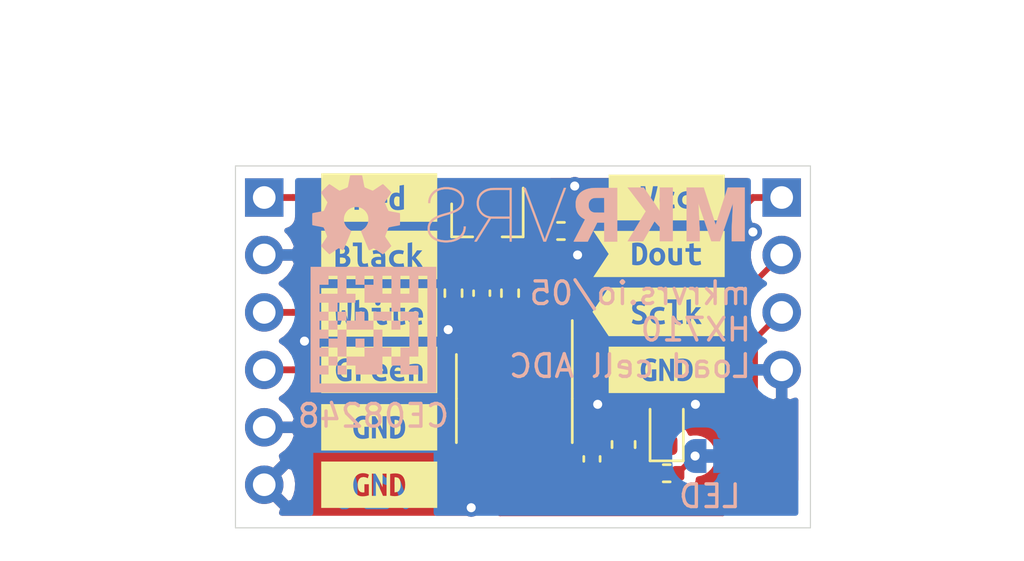
<source format=kicad_pcb>
(kicad_pcb (version 20211014) (generator pcbnew)
  (layers (0 "F.Cu" signal) (31 "B.Cu" signal) (34 "B.Paste" user) (35 "F.Paste" user) (36 "B.SilkS" user "B.Silkscreen") (37 "F.SilkS" user "F.Silkscreen") (38 "B.Mask" user) (39 "F.Mask" user) (44 "Edge.Cuts" user))
  (net 0 "")
  (net 1 "GND")
  (net 2 "Net-(C2-Pad2)")
  (net 3 "Net-(C2-Pad1)")
  (net 4 "Net-(C4-Pad1)")
  (net 5 "Net-(J2-Pad3)")
  (net 6 "Net-(J2-Pad2)")
  (net 7 "Net-(JP1-Pad2)")
  (net 8 "Net-(D1-Pad1)")
  (net 9 "Net-(J1-Pad4)")
  (net 10 "Net-(J1-Pad3)")
  (net 11 "Net-(R3-Pad2)")
  (net 12 "Net-(J1-Pad1)")
  (footprint "Resistor_SMD:R_0402_1005Metric" (layer "F.Cu") (at 161.0695 124.503 90)
    (fp_text reference "R1")
    (fp_text value "200R")
    (pad "1" smd roundrect locked (at -0.51 0 90) (size 0.54 0.64) (layers "F.Cu" "F.Paste" "F.Mask") (net 3 "Net-(C2-Pad1)"))
    (pad "2" smd roundrect locked (at 0.51 0 90) (size 0.54 0.64) (layers "F.Cu" "F.Paste" "F.Mask") (net 10 "Net-(J1-Pad3)"))
  )
  (footprint "Resistor_SMD:R_0402_1005Metric" (layer "F.Cu") (at 158.5695 124.503 90)
    (fp_text reference "R2")
    (fp_text value "200R")
    (pad "1" smd roundrect locked (at -0.51 0 90) (size 0.54 0.64) (layers "F.Cu" "F.Paste" "F.Mask") (net 2 "Net-(C2-Pad2)"))
    (pad "2" smd roundrect locked (at 0.51 0 90) (size 0.54 0.64) (layers "F.Cu" "F.Paste" "F.Mask") (net 9 "Net-(J1-Pad4)"))
  )
  (footprint "Capacitor_SMD:C_0402_1005Metric" (layer "F.Cu") (at 159.8195 124.503 -90)
    (fp_text reference "C2")
    (fp_text value "100n")
    (pad "1" smd roundrect locked (at -0.48 0 270) (size 0.56 0.62) (layers "F.Cu" "F.Paste" "F.Mask") (net 3 "Net-(C2-Pad1)"))
    (pad "2" smd roundrect locked (at 0.48 0 270) (size 0.56 0.62) (layers "F.Cu" "F.Paste" "F.Mask") (net 2 "Net-(C2-Pad2)"))
  )
  (footprint "Package_SO:SOP-8_3.9x4.9mm_P1.27mm" (layer "F.Cu") (at 161.2585 129.163 -90)
    (fp_text reference "U2")
    (fp_text value "HX710C")
    (pad "1" smd roundrect locked (at -2.625 -1.905 270) (size 1.65 0.6) (layers "F.Cu" "F.Paste" "F.Mask") (net 12 "Net-(J1-Pad1)"))
    (pad "2" smd roundrect locked (at -2.625 -0.635 270) (size 1.65 0.6) (layers "F.Cu" "F.Paste" "F.Mask") (net 1 "GND"))
    (pad "3" smd roundrect locked (at -2.625 0.635 270) (size 1.65 0.6) (layers "F.Cu" "F.Paste" "F.Mask") (net 3 "Net-(C2-Pad1)"))
    (pad "4" smd roundrect locked (at -2.625 1.905 270) (size 1.65 0.6) (layers "F.Cu" "F.Paste" "F.Mask") (net 2 "Net-(C2-Pad2)"))
    (pad "5" smd roundrect locked (at 2.625 1.905 270) (size 1.65 0.6) (layers "F.Cu" "F.Paste" "F.Mask") (net 5 "Net-(J2-Pad3)"))
    (pad "6" smd roundrect locked (at 2.625 0.635 270) (size 1.65 0.6) (layers "F.Cu" "F.Paste" "F.Mask") (net 6 "Net-(J2-Pad2)"))
    (pad "7" smd roundrect locked (at 2.625 -0.635 270) (size 1.65 0.6) (layers "F.Cu" "F.Paste" "F.Mask") (net 4 "Net-(C4-Pad1)"))
    (pad "8" smd roundrect locked (at 2.625 -1.905 270) (size 1.65 0.6) (layers "F.Cu" "F.Paste" "F.Mask") (net 11 "Net-(R3-Pad2)"))
  )
  (footprint "Resistor_SMD:R_0402_1005Metric" (layer "F.Cu") (at 163.3195 121.753)
    (fp_text reference "R3")
    (fp_text value "200R")
    (pad "1" smd roundrect locked (at -0.51 0) (size 0.54 0.64) (layers "F.Cu" "F.Paste" "F.Mask") (net 12 "Net-(J1-Pad1)"))
    (pad "2" smd roundrect locked (at 0.51 0) (size 0.54 0.64) (layers "F.Cu" "F.Paste" "F.Mask") (net 11 "Net-(R3-Pad2)"))
  )
  (footprint "Package_TO_SOT_SMD:SOT-23" (layer "F.Cu") (at 160.0695 121.253 -90)
    (fp_text reference "U1")
    (fp_text value "ME431")
    (pad "1" smd rect locked (at -1 -0.95 270) (size 0.9 0.8) (layers "F.Cu" "F.Paste" "F.Mask") (net 12 "Net-(J1-Pad1)"))
    (pad "2" smd rect locked (at -1 0.95 270) (size 0.9 0.8) (layers "F.Cu" "F.Paste" "F.Mask") (net 12 "Net-(J1-Pad1)"))
    (pad "3" smd rect locked (at 1 0 270) (size 0.9 0.8) (layers "F.Cu" "F.Paste" "F.Mask") (net 1 "GND"))
  )
  (footprint "lib:2.54mm_screw_terminal-4-pin-right-entry" (layer "F.Cu") (at 173.0695 120.273)
    (fp_text reference "J2")
    (fp_text value "Conn_01x04")
    (pad "1" thru_hole rect locked (at 0 0) (size 1.7 1.7) (drill 1) (layers *.Cu *.Mask) (net 4 "Net-(C4-Pad1)"))
    (pad "2" thru_hole oval locked (at 0 2.54) (size 1.7 1.7) (drill 1) (layers *.Cu *.Mask) (net 6 "Net-(J2-Pad2)"))
    (pad "3" thru_hole oval locked (at 0 5.08) (size 1.7 1.7) (drill 1) (layers *.Cu *.Mask) (net 5 "Net-(J2-Pad3)"))
    (pad "4" thru_hole oval locked (at 0 7.62) (size 1.7 1.7) (drill 1) (layers *.Cu *.Mask) (net 1 "GND"))
  )
  (footprint "lib:2.54mm_screw_terminal-4-pin-left-entry" (layer "F.Cu") (at 150.2095 120.273)
    (fp_text reference "J1")
    (fp_text value "Conn_01x04")
    (pad "1" thru_hole rect locked (at 0 0) (size 1.7 1.7) (drill 1) (layers *.Cu *.Mask) (net 12 "Net-(J1-Pad1)"))
    (pad "2" thru_hole oval locked (at 0 2.54) (size 1.7 1.7) (drill 1) (layers *.Cu *.Mask) (net 1 "GND"))
    (pad "3" thru_hole oval locked (at 0 5.08) (size 1.7 1.7) (drill 1) (layers *.Cu *.Mask) (net 10 "Net-(J1-Pad3)"))
    (pad "4" thru_hole oval locked (at 0 7.62) (size 1.7 1.7) (drill 1) (layers *.Cu *.Mask) (net 9 "Net-(J1-Pad4)"))
  )
  (footprint "label" (layer "F.Cu") (at 155.2895 120.273)
    (fp_text reference "kibuzzard-6189F003" hide)
    (fp_text value "G***" hide)
  )
  (footprint "label" (layer "F.Cu") (at 155.2895 122.813)
    (fp_text reference "kibuzzard-6189F00D" hide)
    (fp_text value "G***" hide)
  )
  (footprint "label" (layer "F.Cu") (at 155.2895 127.893)
    (fp_text reference "kibuzzard-6189F021" hide)
    (fp_text value "G***" hide)
  )
  (footprint "label" (layer "F.Cu") (at 155.2895 125.353)
    (fp_text reference "kibuzzard-6189F029" hide)
    (fp_text value "G***" hide)
  )
  (footprint "label" (layer "F.Cu") (at 167.9895 120.273)
    (fp_text reference "kibuzzard-6189F085" hide)
    (fp_text value "G***" hide)
  )
  (footprint "label" (layer "F.Cu") (at 167.9895 127.893)
    (fp_text reference "kibuzzard-6189F0B9" hide)
    (fp_text value "G***" hide)
  )
  (footprint "Capacitor_SMD:C_0603_1608Metric" (layer "F.Cu") (at 166.0845 131.195 90)
    (fp_text reference "C5")
    (fp_text value "10u")
    (pad "1" smd roundrect locked (at -0.775 0 90) (size 0.9 0.95) (layers "F.Cu" "F.Paste" "F.Mask") (net 4 "Net-(C4-Pad1)"))
    (pad "2" smd roundrect locked (at 0.775 0 90) (size 0.9 0.95) (layers "F.Cu" "F.Paste" "F.Mask") (net 1 "GND"))
  )
  (footprint "Capacitor_SMD:C_0402_1005Metric" (layer "F.Cu") (at 164.6875 131.83 90)
    (fp_text reference "C4")
    (fp_text value "100n")
    (pad "1" smd roundrect locked (at -0.48 0 90) (size 0.56 0.62) (layers "F.Cu" "F.Paste" "F.Mask") (net 4 "Net-(C4-Pad1)"))
    (pad "2" smd roundrect locked (at 0.48 0 90) (size 0.56 0.62) (layers "F.Cu" "F.Paste" "F.Mask") (net 1 "GND"))
  )
  (footprint "Resistor_SMD:R_0402_1005Metric" (layer "F.Cu") (at 167.9895 132.465)
    (fp_text reference "R4")
    (fp_text value "4k7")
    (pad "1" smd roundrect locked (at -0.51 0) (size 0.54 0.64) (layers "F.Cu" "F.Paste" "F.Mask") (net 8 "Net-(D1-Pad1)"))
    (pad "2" smd roundrect locked (at 0.51 0) (size 0.54 0.64) (layers "F.Cu" "F.Paste" "F.Mask") (net 7 "Net-(JP1-Pad2)"))
  )
  (footprint "LED_SMD:LED_0603_1608Metric" (layer "F.Cu") (at 167.9895 130.433 90)
    (fp_text reference "D1")
    (fp_text value "LED")
    (pad "1" smd roundrect locked (at -0.7875 0 90) (size 0.875 0.95) (layers "F.Cu" "F.Paste" "F.Mask") (net 8 "Net-(D1-Pad1)"))
    (pad "2" smd roundrect locked (at 0.7875 0 90) (size 0.875 0.95) (layers "F.Cu" "F.Paste" "F.Mask") (net 4 "Net-(C4-Pad1)"))
  )
  (footprint "label" (layer "F.Cu") (at 167.649554 122.770402)
    (fp_text reference "kibuzzard-6189FDB3" hide)
    (fp_text value "G***" hide)
  )
  (footprint "label" (layer "F.Cu") (at 167.631563 125.328922)
    (fp_text reference "kibuzzard-6189FDF6" hide)
    (fp_text value "G***" hide)
  )
  (footprint "Fiducial:Fiducial_1mm_Mask2mm" (layer "F.Cu") (at 172.8155 133.481)
    (fp_text reference "FID2")
    (fp_text value "Fiducial")
    (pad "" smd circle locked (at 0 0) (size 1 1) (layers "F.Cu" "F.Mask") (clearance 0.5))
  )
  (footprint "Fiducial:Fiducial_1mm_Mask2mm" (layer "F.Cu") (at 159.9885 128.782)
    (fp_text reference "FID1")
    (fp_text value "Fiducial")
    (pad "" smd circle locked (at 0 0) (size 1 1) (layers "F.Cu" "F.Mask") (clearance 0.5))
  )
  (footprint "Connector_PinHeader_2.54mm:PinHeader_2x01_P2.54mm_Vertical" (layer "F.Cu") (at 150.2095 132.973 90)
    (fp_text reference "J3")
    (fp_text value "Conn_01x02")
    (pad "1" thru_hole circle locked (at 0 0 90) (size 1.7 1.7) (drill 1) (layers *.Cu *.Mask) (net 1 "GND"))
    (pad "2" thru_hole oval locked (at 2.54 0 90) (size 1.7 1.7) (drill 1) (layers *.Cu *.Mask) (net 1 "GND"))
  )
  (footprint "label" (layer "F.Cu") (at 155.2895 130.433)
    (fp_text reference "kibuzzard-619C2EB0" hide)
    (fp_text value "G***" hide)
  )
  (footprint "label" (layer "F.Cu") (at 155.2895 132.973)
    (fp_text reference "kibuzzard-619C2EB0" hide)
    (fp_text value "G***" hide)
  )
  (footprint "CoreElectronics_Artwork:makerverse_logo_short_14.0x2.4mm" (layer "B.Cu") (at 164.4335 121.035 180)
    (fp_text reference "G1" hide)
    (fp_text value "LOGO_Makerverse" hide)
  )
  (footprint "lib:CE08248" (layer "B.Cu") (at 155.0355 126.115 180)
    (fp_text reference "G2" hide)
    (fp_text value "LOGO_CoreElectronics_made-with-love" hide)
  )
  (footprint "CoreElectronics_Artwork:oshw_3.9x3.5mm" (layer "B.Cu") (at 154.2735 121.036985 180)
    (fp_text reference "LOGO1" hide)
    (fp_text value "Logo_Open_Hardware_Small" hide)
  )
  (footprint "CoreElectronics_Components:SolderJumper-2_P1.3mm_Bridged_RoundedPad1.0x1.5mm" (layer "B.Cu") (at 169.8945 131.703 180)
    (fp_text reference "JP1")
    (fp_text value "SolderJumper_2_Bridged")
    (fp_poly (pts (xy 0.25 0.3) (xy -0.25 0.3) (xy -0.25 -0.3) (xy 0.25 -0.3)) (layer "B.Cu") (width 0) (fill solid))
    (pad "1" smd custom locked (at -0.65 0 180) (size 1 0.5) (layers "B.Cu" "B.Mask") (net 1 "GND") (options (clearance outline) (anchor rect)) (primitives (gr_circle (center 0 -0.25) (end 0.5 -0.25) (width 0) (fill yes)) (gr_circle (center 0 0.25) (end 0.5 0.25) (width 0) (fill yes)) (gr_poly (pts (xy 0.5 0.75) (xy 0 0.75) (xy 0 -0.75) (xy 0.5 -0.75)) (width 0) (fill yes))))
    (pad "2" smd custom locked (at 0.65 0 180) (size 1 0.5) (layers "B.Cu" "B.Mask") (net 7 "Net-(JP1-Pad2)") (options (clearance outline) (anchor rect)) (primitives (gr_circle (center 0 -0.25) (end 0.5 -0.25) (width 0) (fill yes)) (gr_circle (center 0 0.25) (end 0.5 0.25) (width 0) (fill yes)) (gr_poly (pts (xy 0 0.75) (xy -0.5 0.75) (xy -0.5 -0.75) (xy 0 -0.75)) (width 0) (fill yes))))
  )
  (gr_line (start 148.9395 118.878) (end 174.3395 118.878) (layer "Edge.Cuts") (width 0.05))
  (gr_line (start 174.3395 118.878) (end 174.3395 134.878) (layer "Edge.Cuts") (width 0.05))
  (gr_line (start 148.9395 134.878) (end 148.9395 118.878) (layer "Edge.Cuts") (width 0.05))
  (gr_line (start 174.3395 134.878) (end 148.9395 134.878) (layer "Edge.Cuts") (width 0.05))
  (gr_text "v10" (at 155.0355 133.227) (layer "B.Cu") (effects (font (size 1.5 1.5) (thickness 0.3)) (justify mirror)))
  (gr_text "CE08248" (at 155.0355 129.925) (layer "B.SilkS") (effects (font (size 1 1)) (justify mirror)))
  (gr_text "mkrvrs.io/05\nHX710\nLoad cell ADC" (at 171.7995 126.115) (layer "B.SilkS") (effects (font (size 1 1)) (justify left mirror)))
  (gr_text "LED" (at 169.8945 133.481) (layer "B.SilkS") (effects (font (size 1 1)) (justify mirror)))
  (segment (start 170.39234 132.04844) (end 170.39234 130.54984) (width 0.2) (layer "F.Cu") (net 1))
  (segment (start 161.2585 132.719) (end 161.902522 133.363022) (width 0.2) (layer "F.Cu") (net 1))
  (segment (start 161.8935 130.03422) (end 161.2585 130.66922) (width 0.2) (layer "F.Cu") (net 1))
  (segment (start 161.902522 133.363022) (end 169.077758 133.363022) (width 0.2) (layer "F.Cu") (net 1))
  (segment (start 169.077758 133.363022) (end 170.39234 132.04844) (width 0.2) (layer "F.Cu") (net 1))
  (segment (start 161.2585 130.66922) (end 161.2585 132.719) (width 0.2) (layer "F.Cu") (net 1))
  (segment (start 161.8935 125.203) (end 162.0855 125.011) (width 0.25) (layer "F.Cu") (net 1))
  (segment (start 161.8935 126.538) (end 161.8935 130.03422) (width 0.2) (layer "F.Cu") (net 1))
  (segment (start 161.8935 126.538) (end 161.8935 125.203) (width 0.25) (layer "F.Cu") (net 1))
  (segment (start 170.39234 130.54984) (end 169.2595 129.417) (width 0.2) (layer "F.Cu") (net 1))
  (via (at 171.7995 121.797) (size 0.8) (drill 0.4) (layers "F.Cu" "B.Cu") (net 1))
  (via (at 169.2595 129.417) (size 0.8) (drill 0.4) (layers "F.Cu" "B.Cu") (net 1))
  (via (at 164.9415 129.417) (size 0.8) (drill 0.4) (layers "F.Cu" "B.Cu") (net 1))
  (via (at 164.0525 122.813) (size 0.8) (drill 0.4) (layers "F.Cu" "B.Cu") (net 1))
  (via (at 159.3535 133.989) (size 0.8) (drill 0.4) (layers "F.Cu" "B.Cu") (net 1))
  (via (at 163.9255 119.765) (size 0.8) (drill 0.4) (layers "F.Cu" "B.Cu") (net 1))
  (via (at 151.9875 126.623) (size 0.8) (drill 0.4) (layers "F.Cu" "B.Cu") (net 1))
  (via (at 158.3375 126.115) (size 0.8) (drill 0.4) (layers "F.Cu" "B.Cu") (net 1))
  (segment (start 171.5195 131.703) (end 171.7995 131.423) (width 0.3) (layer "B.Cu") (net 1))
  (segment (start 170.9255 131.703) (end 171.5195 131.703) (width 0.3) (layer "B.Cu") (net 1))
  (segment (start 159.8195 124.983) (end 158.5995 124.983) (width 0.3) (layer "F.Cu") (net 2))
  (segment (start 158.5995 124.983) (end 158.5695 125.013) (width 0.3) (layer "F.Cu") (net 2))
  (segment (start 159.3535 125.449) (end 159.3535 126.538) (width 0.3) (layer "F.Cu") (net 2))
  (segment (start 159.3535 125.449) (end 159.8195 124.983) (width 0.3) (layer "F.Cu") (net 2))
  (segment (start 160.0795 124.023) (end 159.8195 124.023) (width 0.3) (layer "F.Cu") (net 3))
  (segment (start 161.0695 125.013) (end 160.0795 124.023) (width 0.3) (layer "F.Cu") (net 3))
  (segment (start 160.6235 125.459) (end 161.0695 125.013) (width 0.3) (layer "F.Cu") (net 3))
  (segment (start 160.6235 125.459) (end 160.6235 126.538) (width 0.3) (layer "F.Cu") (net 3))
  (segment (start 173.0695 120.273) (end 171.7995 120.273) (width 0.3) (layer "F.Cu") (net 4))
  (segment (start 165.7445 132.31) (end 166.0845 131.97) (width 0.3) (layer "F.Cu") (net 4))
  (segment (start 161.8935 132.304124) (end 162.182856 132.304124) (width 0.25) (layer "F.Cu") (net 4))
  (segment (start 166.948 129.6455) (end 166.90951 129.60701) (width 0.25) (layer "F.Cu") (net 4))
  (segment (start 164.138268 132.31) (end 164.427624 132.31) (width 0.25) (layer "F.Cu") (net 4))
  (segment (start 162.816742 132.93801) (end 163.510258 132.93801) (width 0.25) (layer "F.Cu") (net 4))
  (segment (start 163.510258 132.93801) (end 164.138268 132.31) (width 0.25) (layer "F.Cu") (net 4))
  (segment (start 171.7995 120.273) (end 166.90951 125.16299) (width 0.3) (layer "F.Cu") (net 4))
  (segment (start 167.9895 129.6455) (end 166.948 129.6455) (width 0.25) (layer "F.Cu") (net 4))
  (segment (start 166.27451 131.77999) (end 166.0845 131.97) (width 0.3) (layer "F.Cu") (net 4))
  (segment (start 164.6875 132.31) (end 165.7445 132.31) (width 0.3) (layer "F.Cu") (net 4))
  (segment (start 161.8935 132.042) (end 161.8935 132.304124) (width 0.3) (layer "F.Cu") (net 4))
  (segment (start 166.90951 129.60701) (end 166.90951 131.77999) (width 0.3) (layer "F.Cu") (net 4))
  (segment (start 164.427624 132.31) (end 164.6875 132.31) (width 0.3) (layer "F.Cu") (net 4))
  (segment (start 166.90951 125.16299) (end 166.90951 129.60701) (width 0.3) (layer "F.Cu") (net 4))
  (segment (start 166.90951 131.77999) (end 166.27451 131.77999) (width 0.3) (layer "F.Cu") (net 4))
  (segment (start 162.182856 132.304124) (end 162.816742 132.93801) (width 0.25) (layer "F.Cu") (net 4))
  (segment (start 160.631241 134.238041) (end 170.453179 134.238041) (width 0.25) (layer "F.Cu") (net 5))
  (segment (start 170.453179 134.238041) (end 171.894499 132.796721) (width 0.25) (layer "F.Cu") (net 5))
  (segment (start 171.894499 126.528001) (end 173.0695 125.353) (width 0.25) (layer "F.Cu") (net 5))
  (segment (start 159.3535 131.788) (end 159.3535 132.9603) (width 0.25) (layer "F.Cu") (net 5))
  (segment (start 171.894499 132.796721) (end 171.894499 126.528001) (width 0.25) (layer "F.Cu") (net 5))
  (segment (start 159.3535 132.9603) (end 160.631241 134.238041) (width 0.25) (layer "F.Cu") (net 5))
  (segment (start 171.240488 124.642012) (end 173.0695 122.813) (width 0.25) (layer "F.Cu") (net 6))
  (segment (start 161.345478 133.788033) (end 170.266777 133.788033) (width 0.25) (layer "F.Cu") (net 6))
  (segment (start 170.266777 133.788033) (end 171.240488 132.814322) (width 0.25) (layer "F.Cu") (net 6))
  (segment (start 171.240488 132.814322) (end 171.240488 124.642012) (width 0.25) (layer "F.Cu") (net 6))
  (segment (start 160.6235 131.788) (end 160.6235 133.066055) (width 0.25) (layer "F.Cu") (net 6))
  (segment (start 160.6235 133.066055) (end 161.345478 133.788033) (width 0.25) (layer "F.Cu") (net 6))
  (segment (start 168.4995 132.448) (end 169.2445 131.703) (width 0.25) (layer "F.Cu") (net 7))
  (segment (start 168.4995 132.465) (end 168.4995 132.448) (width 0.25) (layer "F.Cu") (net 7))
  (via (at 169.2445 131.703) (size 0.8) (drill 0.4) (layers "F.Cu" "B.Cu") (net 7))
  (segment (start 167.4795 132.465) (end 167.4795 131.7305) (width 0.25) (layer "F.Cu") (net 8))
  (segment (start 167.4795 131.7305) (end 167.9895 131.2205) (width 0.25) (layer "F.Cu") (net 8))
  (segment (start 151.4795 127.893) (end 150.2095 127.893) (width 0.3) (layer "F.Cu") (net 9))
  (segment (start 151.4795 127.893) (end 153.6795 127.893) (width 0.3) (layer "F.Cu") (net 9))
  (segment (start 153.6795 127.893) (end 157.5795 123.993) (width 0.3) (layer "F.Cu") (net 9))
  (segment (start 157.5795 123.993) (end 158.5695 123.993) (width 0.3) (layer "F.Cu") (net 9))
  (segment (start 155.5695 123.253) (end 153.4695 125.353) (width 0.3) (layer "F.Cu") (net 10))
  (segment (start 151.4795 125.353) (end 150.2095 125.353) (width 0.3) (layer "F.Cu") (net 10))
  (segment (start 160.3295 123.253) (end 155.5695 123.253) (width 0.3) (layer "F.Cu") (net 10))
  (segment (start 161.0695 123.993) (end 160.3295 123.253) (width 0.3) (layer "F.Cu") (net 10))
  (segment (start 153.4695 125.353) (end 151.4795 125.353) (width 0.3) (layer "F.Cu") (net 10))
  (segment (start 163.1635 129.95675) (end 165.1335 127.98675) (width 0.3) (layer "F.Cu") (net 11))
  (segment (start 164.3505 121.753) (end 163.8295 121.753) (width 0.3) (layer "F.Cu") (net 11))
  (segment (start 163.1635 132.042) (end 163.1635 129.95675) (width 0.3) (layer "F.Cu") (net 11))
  (segment (start 165.1335 127.98675) (end 165.1335 122.536) (width 0.3) (layer "F.Cu") (net 11))
  (segment (start 165.1335 122.536) (end 164.3505 121.753) (width 0.3) (layer "F.Cu") (net 11))
  (segment (start 151.4795 120.273) (end 150.2095 120.273) (width 0.3) (layer "F.Cu") (net 12))
  (segment (start 162.8095 121.753) (end 162.8095 123.543) (width 0.3) (layer "F.Cu") (net 12))
  (segment (start 162.559499 120.253) (end 162.8095 120.503001) (width 0.3) (layer "F.Cu") (net 12))
  (segment (start 151.4795 120.273) (end 158.0895 120.273) (width 0.3) (layer "F.Cu") (net 12))
  (segment (start 163.1355 123.869) (end 163.1355 124.845) (width 0.3) (layer "F.Cu") (net 12))
  (segment (start 161.0195 120.253) (end 159.1195 120.253) (width 0.3) (layer "F.Cu") (net 12))
  (segment (start 161.0195 120.253) (end 162.559499 120.253) (width 0.3) (layer "F.Cu") (net 12))
  (segment (start 162.8095 121.753) (end 162.8095 120.503001) (width 0.3) (layer "F.Cu") (net 12))
  (segment (start 161.269501 120.503001) (end 161.0195 120.253) (width 0.3) (layer "F.Cu") (net 12))
  (segment (start 158.1095 120.253) (end 158.0895 120.273) (width 0.3) (layer "F.Cu") (net 12))
  (segment (start 163.1355 124.845) (end 163.1355 126.51) (width 0.3) (layer "F.Cu") (net 12))
  (segment (start 159.1195 120.253) (end 158.1095 120.253) (width 0.3) (layer "F.Cu") (net 12))
  (segment (start 162.8095 123.543) (end 163.1355 123.869) (width 0.3) (layer "F.Cu") (net 12))
  (segment (start 163.1355 126.51) (end 163.1635 126.538) (width 0.3) (layer "F.Cu") (net 12))
  (zone (net 1) (net_name "GND") (layer "F.Cu") (connect_pads (clearance 0.508)) (min_thickness 0.254) (fill yes (thermal_gap 0.508) (thermal_bridge_width 0.508))
    (polygon (pts (xy 174.3395 134.878) (xy 148.9395 134.878) (xy 148.9395 118.878) (xy 174.3395 118.878)))
  )
  (zone (net 1) (net_name "GND") (layer "B.Cu") (connect_pads (clearance 0.508)) (min_thickness 0.254) (fill yes (thermal_gap 0.508) (thermal_bridge_width 0.508))
    (polygon (pts (xy 174.3395 134.878) (xy 148.9395 134.878) (xy 148.9395 118.878) (xy 174.3395 118.878)))
  )
)
</source>
